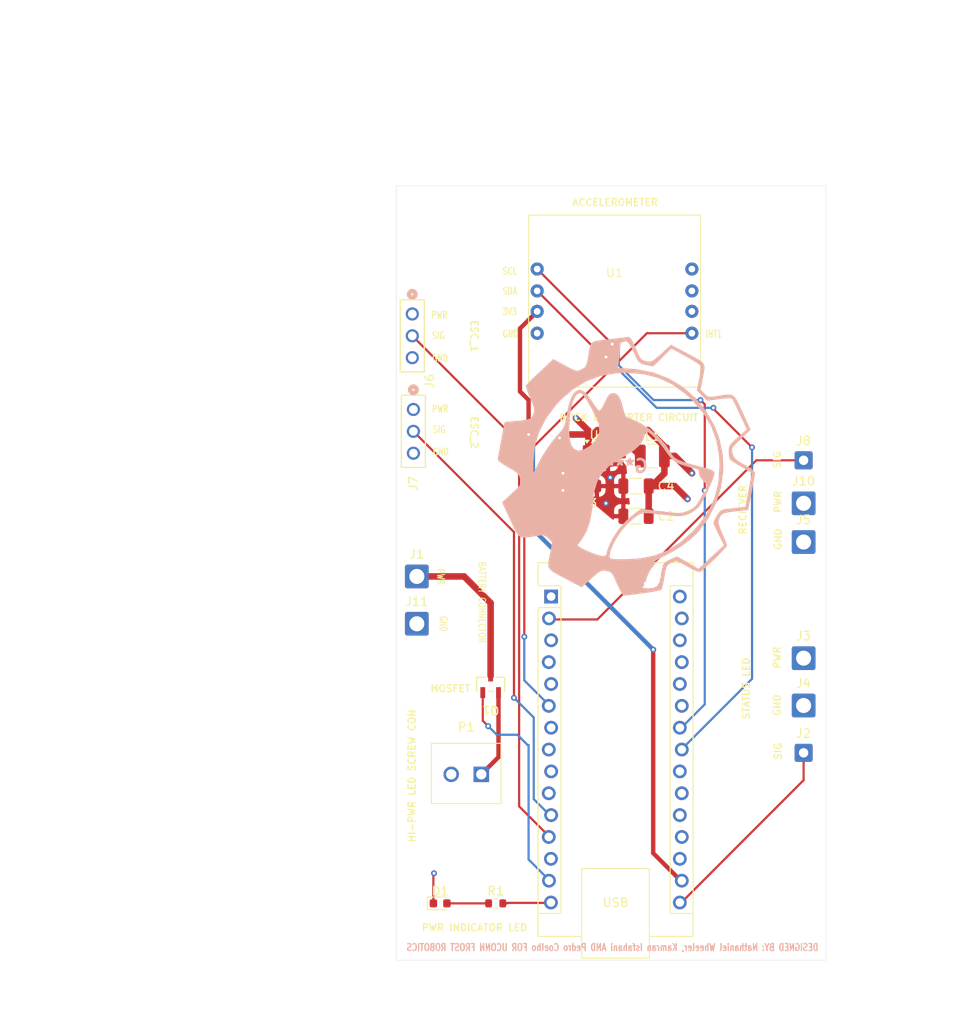
<source format=kicad_pcb>
(kicad_pcb (version 20241229) (generator "pcbnew") (generator_version "9.0")
  (title_block (title "MeltyBrainPCB") (date "2025-03-24") (company "FROST Robotics"))
  (layers (0 "F.Cu" signal "Front") (4 "In1.Cu" signal) (6 "In2.Cu" signal) (2 "B.Cu" signal "Back") (13 "F.Paste" user) (15 "B.Paste" user) (5 "F.SilkS" user "F.Silkscreen") (7 "B.SilkS" user "B.Silkscreen") (1 "F.Mask" user) (3 "B.Mask" user) (25 "Edge.Cuts" user))
  (net 0 "")
  (net 1 "+5V")
  (net 2 "SCL")
  (net 5 "INT1")
  (net 8 "NEOPIXEL LED")
  (net 9 "ESC_2")
  (net 11 "GND")
  (net 12 "ESC_SIGNAL3")
  (net 13 "unconnected-(A1-D6-Pad9)")
  (net 18 "SDA")
  (net 19 "3V3")
  (net 20 "Net-(A1-D12)")
  (net 21 "LED")
  (net 22 "ESC_SIGNAL2")
  (net 25 "ESC_SIGNAL1")
  (net 26 "RX")
  (net 29 "Net-(U3-BST)")
  (net 30 "Net-(U3-SW)")
  (net 31 "+12V")
  (net 32 "Net-(D1-A)")
  (net 39 "TOLED")
  (net 40 "ESC_1")
  (footprint "Package_TO_SOT_SMD:TSOT-23-6" (layer "F.Cu") (at 198.6 98)
    (property "Reference" "U3" (at 0 -2.4 0) (layer "F.SilkS"))
    (property "Value" "AP63205WU")
    (fp_line (start 0 -1.56) (end -0.8 -1.56) (stroke (width 0.12)) (layer "F.SilkS"))
    (fp_line (start 0 -1.56) (end 0.8 -1.56) (stroke (width 0.12)) (layer "F.SilkS"))
    (fp_line (start 0 1.56) (end -0.8 1.56) (stroke (width 0.12)) (layer "F.SilkS"))
    (fp_line (start 0 1.56) (end 0.8 1.56) (stroke (width 0.12)) (layer "F.SilkS"))
    (fp_poly (pts (xy -1.3 -1.51) (xy -1.54 -1.84) (xy -1.06 -1.84) (xy -1.3 -1.51)) (stroke (width 0.12)) (fill yes) (layer "F.SilkS"))
    (pad "1" smd roundrect (at -1.1375 -0.95) (size 1.325 0.6) (layers "F.Cu" "F.Mask" "F.Paste") (net 1 "+5V"))
    (pad "2" smd roundrect (at -1.1375 0) (size 1.325 0.6) (layers "F.Cu" "F.Mask" "F.Paste") (net 31 "+12V"))
    (pad "3" smd roundrect (at -1.1375 0.95) (size 1.325 0.6) (layers "F.Cu" "F.Mask" "F.Paste") (net 31 "+12V"))
    (pad "4" smd roundrect (at 1.1375 0.95) (size 1.325 0.6) (layers "F.Cu" "F.Mask" "F.Paste") (net 11 "GND"))
    (pad "5" smd roundrect (at 1.1375 0) (size 1.325 0.6) (layers "F.Cu" "F.Mask" "F.Paste") (net 30 "Net-(U3-SW)"))
    (pad "6" smd roundrect (at 1.1375 -0.95) (size 1.325 0.6) (layers "F.Cu" "F.Mask" "F.Paste") (net 29 "Net-(U3-BST)"))
  )
  (footprint "Capacitor_SMD:C_0805_2012Metric" (layer "F.Cu") (at 197.5 101.5)
    (property "Reference" "C3" (at 0 2 0) (layer "F.SilkS"))
    (property "Value" "10uF")
    (fp_line (start -0.261252 -0.735) (end 0.261252 -0.735) (stroke (width 0.12)) (layer "F.SilkS"))
    (fp_line (start -0.261252 0.735) (end 0.261252 0.735) (stroke (width 0.12)) (layer "F.SilkS"))
    (pad "1" smd roundrect (at -0.95 0) (size 1 1.45) (layers "F.Cu" "F.Mask" "F.Paste") (net 31 "+12V"))
    (pad "2" smd roundrect (at 0.95 0) (size 1 1.45) (layers "F.Cu" "F.Mask" "F.Paste") (net 11 "GND"))
  )
  (footprint "Connector_Wire:SolderWire-1sqmm_1x01_D1.4mm_OD2.7mm" (layer "F.Cu") (at 222.5 108)
    (property "Reference" "J5" (at 0 -2.58 0) (layer "F.SilkS"))
    (property "Value" "Conn_01x01_Pin")
    (pad "1" thru_hole roundrect (at 0 0) (size 2.75 2.75) (drill 1.75) (layers "*.Cu" "*.Mask") (roundrect_rratio 0.090909) (net 11 "GND"))
  )
  (footprint "Capacitor_SMD:C_0402_1005Metric" (layer "F.Cu") (at 201.5 97.52 -90)
    (property "Reference" "C1" (at -1.98 0 0) (layer "F.SilkS"))
    (property "Value" "100nF")
    (fp_line (start -0.107836 0.36) (end 0.107836 0.36) (stroke (width 0.12)) (layer "F.SilkS"))
    (fp_line (start -0.107836 -0.36) (end 0.107836 -0.36) (stroke (width 0.12)) (layer "F.SilkS"))
    (pad "1" smd roundrect (at -0.48 0 270) (size 0.56 0.62) (layers "F.Cu" "F.Mask" "F.Paste") (net 29 "Net-(U3-BST)"))
    (pad "2" smd roundrect (at 0.48 0 270) (size 0.56 0.62) (layers "F.Cu" "F.Mask" "F.Paste") (net 30 "Net-(U3-SW)"))
  )
  (footprint "brainfreeze:NANO_FIT" (layer "F.Cu") (at 201.35 142)
    (property "Reference" "A1" (hide yes))
    (property "Value" "Arduino_Nano_v3.x" (hide yes))
    (fp_line (start -9.75 -31.6) (end -9.75 -28.93) (stroke (width 0.12)) (layer "F.SilkS"))
    (fp_line (start -9.75 -26.39) (end -9.75 11.84) (stroke (width 0.12)) (layer "F.SilkS"))
    (fp_line (start -9.75 11.84) (end -4.67 11.84) (stroke (width 0.12)) (layer "F.SilkS"))
    (fp_line (start -7.08 -28.93) (end -9.75 -28.93) (stroke (width 0.12)) (layer "F.SilkS"))
    (fp_line (start -7.08 -26.39) (end -9.75 -26.39) (stroke (width 0.12)) (layer "F.SilkS"))
    (fp_line (start -7.08 -26.39) (end -7.08 -28.93) (stroke (width 0.12)) (layer "F.SilkS"))
    (fp_line (start -7.08 -26.39) (end -7.08 9.17) (stroke (width 0.12)) (layer "F.SilkS"))
    (fp_line (start -7.08 9.17) (end -9.75 9.17) (stroke (width 0.12)) (layer "F.SilkS"))
    (fp_line (start -4.67 3.96) (end 3.21 3.96) (stroke (width 0.12)) (layer "F.SilkS"))
    (fp_line (start -4.67 14.38) (end -4.67 3.96) (stroke (width 0.12)) (layer "F.SilkS"))
    (fp_line (start 3.21 3.96) (end 3.21 14.38) (stroke (width 0.12)) (layer "F.SilkS"))
    (fp_line (start 3.21 14.38) (end -4.67 14.38) (stroke (width 0.12)) (layer "F.SilkS"))
    (fp_line (start 5.62 -28.93) (end 5.62 9.17) (stroke (width 0.12)) (layer "F.SilkS"))
    (fp_line (start 5.62 -28.93) (end 8.29 -28.93) (stroke (width 0.12)) (layer "F.SilkS"))
    (fp_line (start 5.62 9.17) (end 8.29 9.17) (stroke (width 0.12)) (layer "F.SilkS"))
    (fp_line (start 8.29 -31.6) (end -9.75 -31.6) (stroke (width 0.12)) (layer "F.SilkS"))
    (fp_line (start 8.29 11.84) (end 3.21 11.84) (stroke (width 0.12)) (layer "F.SilkS"))
    (fp_line (start 8.29 11.84) (end 8.29 -31.6) (stroke (width 0.12)) (layer "F.SilkS"))
    (fp_text user "USB" (at -0.73 7.9 0) (layer "F.SilkS"))
    (pad "1" thru_hole rect (at -8.225 -27.66) (size 1.6 1.6) (drill 1) (layers "*.Cu" "*.Mask"))
    (pad "2" thru_hole oval (at -8.475 -25.12) (size 1.6 1.6) (drill 1) (layers "*.Cu" "*.Mask") (net 26 "RX"))
    (pad "3" thru_hole oval (at -8.225 -22.58) (size 1.6 1.6) (drill 1) (layers "*.Cu" "*.Mask"))
    (pad "4" thru_hole oval (at -8.5 -20.04) (size 1.6 1.6) (drill 1) (layers "*.Cu" "*.Mask") (net 11 "GND"))
    (pad "5" thru_hole oval (at -8.225 -17.5) (size 1.6 1.6) (drill 1) (layers "*.Cu" "*.Mask") (net 25 "ESC_SIGNAL1"))
    (pad "6" thru_hole oval (at -8.5 -14.96) (size 1.6 1.6) (drill 1) (layers "*.Cu" "*.Mask") (net 5 "INT1"))
    (pad "7" thru_hole oval (at -8.225 -12.42) (size 1.6 1.6) (drill 1) (layers "*.Cu" "*.Mask"))
    (pad "8" thru_hole oval (at -8.5 -9.88) (size 1.6 1.6) (drill 1) (layers "*.Cu" "*.Mask"))
    (pad "9" thru_hole oval (at -8.225 -7.34) (size 1.6 1.6) (drill 1) (layers "*.Cu" "*.Mask") (net 13 "unconnected-(A1-D6-Pad9)"))
    (pad "10" thru_hole oval (at -8.5 -4.8) (size 1.6 1.6) (drill 1) (layers "*.Cu" "*.Mask"))
    (pad "11" thru_hole oval (at -8.225 -2.26) (size 1.6 1.6) (drill 1) (layers "*.Cu" "*.Mask") (net 9 "ESC_2"))
    (pad "12" thru_hole oval (at -8.5 0.28) (size 1.6 1.6) (drill 1) (layers "*.Cu" "*.Mask") (net 40 "ESC_1"))
    (pad "13" thru_hole oval (at -8.25 2.82) (size 1.6 1.6) (drill 1) (layers "*.Cu" "*.Mask"))
    (pad "14" thru_hole oval (at -8.475 5.36) (size 1.6 1.6) (drill 1) (layers "*.Cu" "*.Mask") (net 21 "LED"))
    (pad "15" thru_hole oval (at -8.25 7.9) (size 1.6 1.6) (drill 1) (layers "*.Cu" "*.Mask") (net 20 "Net-(A1-D12)"))
    (pad "16" thru_hole oval (at 6.75 7.9) (size 1.6 1.6) (drill 1) (layers "*.Cu" "*.Mask") (net 8 "NEOPIXEL LED"))
    (pad "17" thru_hole oval (at 6.975 5.36) (size 1.6 1.6) (drill 1) (layers "*.Cu" "*.Mask") (net 19 "3V3"))
    (pad "18" thru_hole oval (at 6.75 2.82) (size 1.6 1.6) (drill 1) (layers "*.Cu" "*.Mask"))
    (pad "19" thru_hole oval (at 6.975 0.28) (size 1.6 1.6) (drill 1) (layers "*.Cu" "*.Mask"))
    (pad "20" thru_hole oval (at 6.75 -2.26) (size 1.6 1.6) (drill 1) (layers "*.Cu" "*.Mask"))
    (pad "21" thru_hole oval (at 6.975 -4.8) (size 1.6 1.6) (drill 1) (layers "*.Cu" "*.Mask") (net 22 "ESC_SIGNAL2"))
    (pad "22" thru_hole oval (at 6.75 -7.34) (size 1.6 1.6) (drill 1) (layers "*.Cu" "*.Mask") (net 12 "ESC_SIGNAL3"))
    (pad "23" thru_hole oval (at 6.975 -9.88) (size 1.6 1.6) (drill 1) (layers "*.Cu" "*.Mask") (net 18 "SDA"))
    (pad "24" thru_hole oval (at 6.75 -12.42) (size 1.6 1.6) (drill 1) (layers "*.Cu" "*.Mask") (net 2 "SCL"))
    (pad "25" thru_hole oval (at 6.975 -14.96) (size 1.6 1.6) (drill 1) (layers "*.Cu" "*.Mask"))
    (pad "26" thru_hole oval (at 6.75 -17.5) (size 1.6 1.6) (drill 1) (layers "*.Cu" "*.Mask"))
    (pad "27" thru_hole oval (at 6.975 -20.04) (size 1.6 1.6) (drill 1) (layers "*.Cu" "*.Mask") (net 1 "+5V"))
    (pad "28" thru_hole oval (at 6.75 -22.58) (size 1.6 1.6) (drill 1) (layers "*.Cu" "*.Mask"))
    (pad "29" thru_hole oval (at 6.975 -25.12) (size 1.6 1.6) (drill 1) (layers "*.Cu" "*.Mask") (net 11 "GND"))
    (pad "30" thru_hole oval (at 6.75 -27.66) (size 1.6 1.6) (drill 1) (layers "*.Cu" "*.Mask"))
  )
  (footprint "Connector_Wire:SolderWire-1sqmm_1x01_D1.4mm_OD2.7mm" (layer "F.Cu") (at 177.5 112)
    (property "Reference" "J1" (at 0 -2.58 0) (layer "F.SilkS"))
    (property "Value" "Conn_01x01_Pin")
    (pad "1" thru_hole roundrect (at 0 0) (size 2.75 2.75) (drill 1.75) (layers "*.Cu" "*.Mask") (roundrect_rratio 0.090909) (net 31 "+12V"))
  )
  (footprint "Connector_Wire:SolderWire-0.5sqmm_1x01_D0.9mm_OD2.1mm" (layer "F.Cu") (at 222.5 98.5)
    (property "Reference" "J8" (at 0 -2.25 0) (layer "F.SilkS"))
    (property "Value" "Conn_01x01_Pin")
    (pad "1" thru_hole roundrect (at 0 0) (size 2.1 2.1) (drill 1.1) (layers "*.Cu" "*.Mask") (roundrect_rratio 0.119048) (net 26 "RX"))
  )
  (footprint "Connector_Wire:SolderWire-1sqmm_1x01_D1.4mm_OD2.7mm" (layer "F.Cu") (at 177.5 117.5)
    (property "Reference" "J11" (at 0 -2.58 0) (layer "F.SilkS"))
    (property "Value" "Conn_01x01_Pin")
    (pad "1" thru_hole roundrect (at 0 0) (size 2.75 2.75) (drill 1.75) (layers "*.Cu" "*.Mask") (roundrect_rratio 0.090909) (net 11 "GND"))
  )
  (footprint "Capacitor_SMD:C_1206_3216Metric" (layer "F.Cu") (at 203 101.5 180)
    (property "Reference" "C4" (at -3.5 0 0) (layer "F.SilkS"))
    (property "Value" "22uF")
    (fp_line (start -0.711252 0.91) (end 0.711252 0.91) (stroke (width 0.12)) (layer "F.SilkS"))
    (fp_line (start -0.711252 -0.91) (end 0.711252 -0.91) (stroke (width 0.12)) (layer "F.SilkS"))
    (pad "1" smd roundrect (at -1.475 0 180) (size 1.15 1.8) (layers "F.Cu" "F.Mask" "F.Paste") (roundrect_rratio 0.217391) (net 1 "+5V"))
    (pad "2" smd roundrect (at 1.475 0 180) (size 1.15 1.8) (layers "F.Cu" "F.Mask" "F.Paste") (roundrect_rratio 0.217391) (net 11 "GND"))
  )
  (footprint "brainfreeze:OST_OSTTE020104" (layer "F.Cu") (at 183.25 135 180)
    (property "Reference" "P1" (at 0 5.5 0) (layer "F.SilkS") (effects (font (size 1.000591 1.000591))))
    (property "Value" "OSTTE020104")
    (fp_line (start 4.05 3.6) (end -4.05 3.6) (stroke (width 0.127)) (layer "F.SilkS"))
    (fp_line (start 4.05 -3.4) (end 4.05 3.6) (stroke (width 0.127)) (layer "F.SilkS"))
    (fp_line (start -4.05 3.6) (end -4.05 -3.4) (stroke (width 0.127)) (layer "F.SilkS"))
    (fp_line (start -4.05 -3.4) (end 4.05 -3.4) (stroke (width 0.127)) (layer "F.SilkS"))
    (pad "1" thru_hole rect (at -1.75 0 180) (size 1.8 1.8) (drill 1.2) (layers "*.Cu" "*.Mask") (net 39 "TOLED"))
    (pad "2" thru_hole circle (at 1.75 0 180) (size 1.8 1.8) (drill 1.2) (layers "*.Cu" "*.Mask") (net 11 "GND"))
  )
  (footprint "brainfreeze:MOSFET" (layer "F.Cu") (at 186.085001 124.5348)
    (property "Reference" "Q1" (at 0 3.0348 180) (layer "F.SilkS"))
    (property "Value" "DMN63D8L-7")
    (fp_line (start -1.6256 -0.8255) (end -1.6256 0.8255) (stroke (width 0.1524)) (layer "F.SilkS"))
    (fp_line (start -0.61214 -0.8255) (end -1.6256 -0.8255) (stroke (width 0.1524)) (layer "F.SilkS"))
    (fp_line (start -0.302859 0.8255) (end 0.302859 0.8255) (stroke (width 0.1524)) (layer "F.SilkS"))
    (fp_line (start 1.6256 -0.8255) (end 0.61214 -0.8255) (stroke (width 0.1524)) (layer "F.SilkS"))
    (fp_line (start 1.6256 0.8255) (end 1.6256 -0.8255) (stroke (width 0.1524)) (layer "F.SilkS"))
    (pad "1" smd rect (at -0.914999 0.9652) (size 0.5588 1.27) (layers "F.Cu" "F.Mask" "F.Paste") (net 21 "LED"))
    (pad "2" smd rect (at 0.914999 0.9652) (size 0.5588 1.27) (layers "F.Cu" "F.Mask" "F.Paste") (net 39 "TOLED"))
    (pad "3" smd rect (at 0 -0.9652) (size 0.5588 1.27) (layers "F.Cu" "F.Mask" "F.Paste") (net 31 "+12V"))
  )
  (footprint "Connector_Wire:SolderWire-0.5sqmm_1x01_D0.9mm_OD2.1mm" (layer "F.Cu") (at 222.5 132.5)
    (property "Reference" "J2" (at 0 -2.25 0) (layer "F.SilkS"))
    (property "Value" "Conn_01x01_Pin")
    (pad "1" thru_hole roundrect (at 0 0) (size 2.1 2.1) (drill 1.1) (layers "*.Cu" "*.Mask") (roundrect_rratio 0.119048) (net 8 "NEOPIXEL LED"))
  )
  (footprint "Capacitor_SMD:C_1206_3216Metric" (layer "F.Cu") (at 203 105 180)
    (property "Reference" "C2" (at -3.5 0 0) (layer "F.SilkS"))
    (property "Value" "22uF")
    (fp_line (start -0.711252 0.91) (end 0.711252 0.91) (stroke (width 0.12)) (layer "F.SilkS"))
    (fp_line (start -0.711252 -0.91) (end 0.711252 -0.91) (stroke (width 0.12)) (layer "F.SilkS"))
    (pad "1" smd roundrect (at -1.475 0 180) (size 1.15 1.8) (layers "F.Cu" "F.Mask" "F.Paste") (roundrect_rratio 0.217391) (net 1 "+5V"))
    (pad "2" smd roundrect (at 1.475 0 180) (size 1.15 1.8) (layers "F.Cu" "F.Mask" "F.Paste") (roundrect_rratio 0.217391) (net 11 "GND"))
  )
  (footprint "brainfreeze:ESC CON" (layer "F.Cu") (at 176.9699 81.4934 90)
    (property "Reference" "J6" (at -7.8066 2.0301 90) (layer "F.SilkS"))
    (property "Value" "Conn_01x03_Socket")
    (fp_line (start 1.651 -1.397) (end -6.731 -1.397) (stroke (width 0.1524)) (layer "F.SilkS"))
    (fp_line (start -6.731 -1.397) (end -6.731 1.397) (stroke (width 0.1524)) (layer "F.SilkS"))
    (fp_line (start 1.651 1.397) (end 1.651 -1.397) (stroke (width 0.1524)) (layer "F.SilkS"))
    (fp_line (start -6.731 1.397) (end 1.651 1.397) (stroke (width 0.1524)) (layer "F.SilkS"))
    (fp_circle (center 2.286 0) (end 2.667 0) (stroke (width 0.508)) (fill no) (layer "F.SilkS"))
    (fp_circle (center 2.286 0) (end 2.667 0) (stroke (width 0.508)) (fill no) (layer "B.SilkS"))
    (pad "1" thru_hole circle (at 0 0 90) (size 1.524 1.524) (drill 1.016) (layers "*.Cu" "*.Mask") (net 1 "+5V"))
    (pad "2" thru_hole circle (at -2.54 0 90) (size 1.524 1.524) (drill 1.016) (layers "*.Cu" "*.Mask") (net 40 "ESC_1"))
    (pad "3" thru_hole circle (at -5.08 0 90) (size 1.524 1.524) (drill 1.016) (layers "*.Cu" "*.Mask") (net 11 "GND"))
  )
  (footprint "brainfreeze:Accelerometer" (layer "F.Cu") (at 200.5 80)
    (property "Reference" "U1" (at 0 -3.3 0) (layer "F.SilkS") (effects (font (thickness 0.1))))
    (property "Value" "H3LIS331DL")
    (fp_rect (start -10 -10) (end 10 10) (stroke (width 0.1)) (fill no) (layer "F.SilkS"))
    (fp_rect (start -10 -10) (end 10 10) (stroke (width 0.1)) (fill no) (layer "F.SilkS"))
    (pad "1" thru_hole circle (at -9 -3.73) (size 1.524 1.524) (drill 0.762) (layers "*.Cu" "*.Mask") (net 2 "SCL"))
    (pad "1" thru_hole circle (at -9 -3.73) (size 1.524 1.524) (drill 0.762) (layers "*.Cu" "*.Mask") (net 2 "SCL"))
    (pad "2" thru_hole circle (at -9 -1.19) (size 1.524 1.524) (drill 0.762) (layers "*.Cu" "*.Mask") (net 18 "SDA"))
    (pad "2" thru_hole circle (at -9 -1.19) (size 1.524 1.524) (drill 0.762) (layers "*.Cu" "*.Mask") (net 18 "SDA"))
    (pad "3" thru_hole circle (at -9 1.19) (size 1.524 1.524) (drill 0.762) (layers "*.Cu" "*.Mask") (net 19 "3V3"))
    (pad "3" thru_hole circle (at -9 1.19) (size 1.524 1.524) (drill 0.762) (layers "*.Cu" "*.Mask") (net 19 "3V3"))
    (pad "4" thru_hole circle (at -9 3.73) (size 1.524 1.524) (drill 0.762) (layers "*.Cu" "*.Mask") (net 11 "GND"))
    (pad "4" thru_hole circle (at -9 3.73) (size 1.524 1.524) (drill 0.762) (layers "*.Cu" "*.Mask") (net 11 "GND"))
    (pad "5" thru_hole circle (at 9 -3.73) (size 1.524 1.524) (drill 0.762) (layers "*.Cu" "*.Mask"))
    (pad "5" thru_hole circle (at 9 -3.73) (size 1.524 1.524) (drill 0.762) (layers "*.Cu" "*.Mask"))
    (pad "6" thru_hole circle (at 9 -1.19) (size 1.524 1.524) (drill 0.762) (layers "*.Cu" "*.Mask"))
    (pad "6" thru_hole circle (at 9 -1.19) (size 1.524 1.524) (drill 0.762) (layers "*.Cu" "*.Mask"))
    (pad "7" thru_hole circle (at 9 1.19) (size 1.524 1.524) (drill 0.762) (layers "*.Cu" "*.Mask"))
    (pad "7" thru_hole circle (at 9 1.19) (size 1.524 1.524) (drill 0.762) (layers "*.Cu" "*.Mask"))
    (pad "8" thru_hole circle (at 9 3.73) (size 1.524 1.524) (drill 0.762) (layers "*.Cu" "*.Mask") (net 5 "INT1"))
    (pad "8" thru_hole circle (at 9 3.73) (size 1.524 1.524) (drill 0.762) (layers "*.Cu" "*.Mask") (net 5 "INT1"))
  )
  (footprint "Connector_Wire:SolderWire-1sqmm_1x01_D1.4mm_OD2.7mm" (layer "F.Cu") (at 222.5 121.5)
    (property "Reference" "J3" (at 0 -2.58 0) (layer "F.SilkS"))
    (property "Value" "Conn_01x01_Pin")
    (pad "1" thru_hole roundrect (at 0 0) (size 2.75 2.75) (drill 1.75) (layers "*.Cu" "*.Mask") (roundrect_rratio 0.090909) (net 1 "+5V"))
  )
  (footprint "LED_SMD:LED_0603_1608Metric" (layer "F.Cu") (at 180.2125 150)
    (property "Reference" "D1" (at 0 -1.43 0) (layer "F.SilkS"))
    (property "Value" "LED")
    (fp_line (start -1.485 -0.735) (end -1.485 0.735) (stroke (width 0.12)) (layer "F.SilkS"))
    (fp_line (start -1.485 0.735) (end 0.8 0.735) (stroke (width 0.12)) (layer "F.SilkS"))
    (fp_line (start 0.8 -0.735) (end -1.485 -0.735) (stroke (width 0.12)) (layer "F.SilkS"))
    (pad "1" smd roundrect (at -0.7875 0) (size 0.875 0.95) (layers "F.Cu" "F.Mask" "F.Paste") (net 11 "GND"))
    (pad "2" smd roundrect (at 0.7875 0) (size 0.875 0.95) (layers "F.Cu" "F.Mask" "F.Paste") (net 32 "Net-(D1-A)"))
  )
  (footprint "Resistor_SMD:R_0603_1608Metric" (layer "F.Cu") (at 186.675 150)
    (property "Reference" "R1" (at 0 -1.43 0) (layer "F.SilkS"))
    (property "Value" "100R")
    (fp_line (start -0.237258 -0.5225) (end 0.237258 -0.5225) (stroke (width 0.12)) (layer "F.SilkS"))
    (fp_line (start -0.237258 0.5225) (end 0.237258 0.5225) (stroke (width 0.12)) (layer "F.SilkS"))
    (pad "1" smd roundrect (at -0.825 0) (size 0.8 0.95) (layers "F.Cu" "F.Mask" "F.Paste") (net 32 "Net-(D1-A)"))
    (pad "2" smd roundrect (at 0.825 0) (size 0.8 0.95) (layers "F.Cu" "F.Mask" "F.Paste") (net 20 "Net-(A1-D12)"))
  )
  (footprint "Inductor_SMD:L_1210_3225Metric" (layer "F.Cu") (at 204.9 98)
    (property "Reference" "L1" (at 0 -2.28 0) (layer "F.SilkS"))
    (property "Value" "4.7uH")
    (fp_line (start -0.602064 -1.36) (end 0.602064 -1.36) (stroke (width 0.12)) (layer "F.SilkS"))
    (fp_line (start -0.602064 1.36) (end 0.602064 1.36) (stroke (width 0.12)) (layer "F.SilkS"))
    (pad "1" smd roundrect (at -1.4 0) (size 1.25 2.65) (layers "F.Cu" "F.Mask" "F.Paste") (roundrect_rratio 0.2) (net 29 "Net-(U3-BST)"))
    (pad "2" smd roundrect (at 1.4 0) (size 1.25 2.65) (layers "F.Cu" "F.Mask" "F.Paste") (roundrect_rratio 0.2) (net 1 "+5V"))
  )
  (footprint "brainfreeze:ESC CON" (layer "F.Cu") (at 177.1 92.5934 90)
    (property "Reference" "J7" (at -8.6066 0 90) (layer "F.SilkS"))
    (property "Value" "Conn_01x03_Socket")
    (fp_line (start 1.651 -1.397) (end -6.731 -1.397) (stroke (width 0.1524)) (layer "F.SilkS"))
    (fp_line (start -6.731 -1.397) (end -6.731 1.397) (stroke (width 0.1524)) (layer "F.SilkS"))
    (fp_line (start 1.651 1.397) (end 1.651 -1.397) (stroke (width 0.1524)) (layer "F.SilkS"))
    (fp_line (start -6.731 1.397) (end 1.651 1.397) (stroke (width 0.1524)) (layer "F.SilkS"))
    (fp_circle (center 2.286 0) (end 2.667 0) (stroke (width 0.508)) (fill no) (layer "F.SilkS"))
    (fp_circle (center 2.286 0) (end 2.667 0) (stroke (width 0.508)) (fill no) (layer "B.SilkS"))
    (pad "1" thru_hole circle (at 0 0 90) (size 1.524 1.524) (drill 1.016) (layers "*.Cu" "*.Mask") (net 1 "+5V"))
    (pad "2" thru_hole circle (at -2.54 0 90) (size 1.524 1.524) (drill 1.016) (layers "*.Cu" "*.Mask") (net 9 "ESC_2"))
    (pad "3" thru_hole circle (at -5.08 0 90) (size 1.524 1.524) (drill 1.016) (layers "*.Cu" "*.Mask") (net 11 "GND"))
  )
  (footprint "Connector_Wire:SolderWire-1sqmm_1x01_D1.4mm_OD2.7mm" (layer "F.Cu") (at 222.5 103.5)
    (property "Reference" "J10" (at 0 -2.58 0) (layer "F.SilkS"))
    (property "Value" "Conn_01x01_Pin")
    (pad "1" thru_hole roundrect (at 0 0) (size 2.75 2.75) (drill 1.75) (layers "*.Cu" "*.Mask") (roundrect_rratio 0.090909) (net 1 "+5V"))
  )
  (footprint "Connector_Wire:SolderWire-1sqmm_1x01_D1.4mm_OD2.7mm" (layer "F.Cu") (at 222.5 127)
    (property "Reference" "J4" (at 0 -2.58 0) (layer "F.SilkS"))
    (property "Value" "Conn_01x01_Pin")
    (pad "1" thru_hole roundrect (at 0 0) (size 2.75 2.75) (drill 1.75) (layers "*.Cu" "*.Mask") (roundrect_rratio 0.090909) (net 11 "GND"))
  )
  (footprint "brainfreeze:image2" (layer "B.Cu") (at 201.87931 99.172413 180)
    (property "Reference" "G***" (at 0 0 0) (layer "B.SilkS") (effects (font (size 1.5 1.5) (thickness 0.3)) (justify mirror)))
    (property "Value" "LOGO" (hide yes))
    (fp_poly (pts (xy -0.110269 15.014439) (xy 0.21756 14.962849) (xy 0.80641 14.885488) (xy 1.564041 14.794054) (xy 2.171959 14.725002) (xy 3.025579 14.632107) (xy 3.596686 14.538968) (xy 3.953078 14.38635) (xy 4.162553 14.115016) (xy 4.292912 13.66573) (xy 4.411952 12.979254) (xy 4.453283 12.731789) (xy 4.578256 12.078138) (xy 4.710762 11.679928) (xy 4.90178 11.440022) (xy 5.202288 11.261285) (xy 5.232694 11.246667) (xy 5.523448 11.12247) (xy 5.776243 11.087433) (xy 6.078992 11.162861) (xy 6.519611 11.370056) (xy 7.152323 11.711828) (xy 8.498302 12.450544) (xy 10.066284 10.981138) (xy 10.679188 10.399096) (xy 11.191431 9.898169) (xy 11.549704 9.531495) (xy 11.700699 9.352215) (xy 11.700934 9.351665) (xy 11.665021 9.124444) (xy 11.510398 8.663359) (xy 11.267704 8.056871) (xy 11.191443 7.880558) (xy 10.905579 7.203011) (xy 10.757311 6.749033) (xy 10.728009 6.423146) (xy 10.799041 6.129871) (xy 10.833038 6.043813) (xy 10.974464 5.751991) (xy 11.158687 5.556079) (xy 11.459828 5.427161) (xy 11.952004 5.336318) (xy 12.709335 5.254634) (xy 12.902087 5.236579) (xy 14.169908 5.119) (xy 14.562307 3.047962) (xy 14.718479 2.21708) (xy 14.850042 1.504702) (xy 14.942747 0.98882) (xy 14.981898 0.751346) (xy 14.849081 0.566828) (xy 14.47232 0.278183) (xy 13.925459 -0.059945) (xy 13.765734 -0.148565) (xy 13.120624 -0.516596) (xy 12.722846 -0.806804) (xy 12.497093 -1.090035) (xy 12.368057 -1.437138) (xy 12.359132 -1.471871) (xy 12.291186 -1.793565) (xy 12.308927 -2.045677) (xy 12.456403 -2.304931) (xy 12.777663 -2.648049) (xy 13.316757 -3.151757) (xy 13.331247 -3.165085) (xy 14.466608 -4.209326) (xy 13.511669 -6.278789) (xy 13.109673 -7.150157) (xy 12.804258 -7.747767) (xy 12.530794 -8.114418) (xy 12.224647 -8.29291) (xy 11.821187 -8.326042) (xy 11.255781 -8.256615) (xy 10.670319 -8.160347) (xy 10.046213 -8.068335) (xy 9.659466 -8.057832) (xy 9.39782 -8.147371) (xy 9.149016 -8.355486) (xy 9.081175 -8.422702) (xy 8.633598 -8.870279) (xy 8.919394 -10.341083) (xy 9.041827 -10.959869) (xy 9.102711 -11.41154) (xy 9.062566 -11.751242) (xy 8.881909 -12.03412) (xy 8.521259 -12.315321) (xy 7.941134 -12.64999) (xy 7.102053 -13.093274) (xy 6.856295 -13.222722) (xy 5.19383 -14.100688) (xy 4.069798 -13.083498) (xy 3.500554 -12.583856) (xy 3.105419 -12.291735) (xy 2.806063 -12.164708) (xy 2.524155 -12.16035) (xy 2.4054 -12.182013) (xy 2.062081 -12.259082) (xy 1.827747 -12.357617) (xy 1.643866 -12.546688) (xy 1.451903 -12.895364) (xy 1.193328 -13.472715) (xy 1.068324 -13.759792) (xy 0.777181 -14.373635) (xy 0.514231 -14.833287) (xy 0.324455 -15.06301) (xy 0.286854 -15.07563) (xy 0.040328 -15.044868) (xy -0.479967 -14.978106) (xy -1.195558 -14.885461) (xy -1.953847 -14.786729) (xy -2.76946 -14.667078) (xy -3.45065 -14.542323) (xy -3.922774 -14.427798) (xy -4.108725 -14.344028) (xy -4.189843 -14.092666) (xy -4.300446 -13.591565) (xy -4.418423 -12.942464) (xy -4.434052 -12.846922) (xy -4.554651 -12.164073) (xy -4.674826 -11.741944) (xy -4.840457 -11.489038) (xy -5.097423 -11.313862) (xy -5.237695 -11.244282) (xy -5.539243 -11.113517) (xy -5.792636 -11.075326) (xy -6.088579 -11.15177) (xy -6.517776 -11.36491) (xy -7.103928 -11.698168) (xy -7.786336 -12.059791) (xy -8.305148 -12.270738) (xy -8.598747 -12.306398) (xy -8.611624 -12.300397) (xy -8.864586 -12.106437) (xy -9.279253 -11.738818) (xy -9.794168 -11.257643) (xy -10.347872 -10.723018) (xy -10.878906 -10.195047) (xy -11.325814 -9.733837) (xy -11.627137 -9.39949) (xy -11.723077 -9.25745) (xy -11.655609 -9.032009) (xy -11.477 -8.573691) (xy -11.22294 -7.9731) (xy -11.166291 -7.844053) (xy -10.885893 -7.180203) (xy -10.744677 -6.736129) (xy -10.723876 -6.413407) (xy -10.804723 -6.113613) (xy -10.826194 -6.060336) (xy -10.972476 -5.776139) (xy -11.179558 -5.579861) (xy -11.518849 -5.444272) (xy -12.061761 -5.342143) (xy -12.879705 -5.246243) (xy -12.991407 -5.234714) (xy -14.170926 -5.113826) (xy -14.558947 -3.134185) (xy -14.717741 -2.310895) (xy -14.851023 -1.59529) (xy -14.943341 -1.071897) (xy -14.975204 -0.860358) (xy -14.565035 -0.860358) (xy -14.53365 -1.073127) (xy -14.448758 -1.557165) (xy -14.324257 -2.234952) (xy -14.209791 -2.841958) (xy -14.064866 -3.605374) (xy -13.948468 -4.223944) (xy -13.87429 -4.624547) (xy -13.854546 -4.73884) (xy -13.691399 -4.768104) (xy -13.257475 -4.817313) (xy -12.636047 -4.877312) (xy -12.420603 -4.896475) (xy -11.70816 -4.96474) (xy -11.255971 -5.044166) (xy -10.970269 -5.175377) (xy -10.757287 -5.398994) (xy -10.555568 -5.704452) (xy -10.29472 -6.155744) (xy -10.141467 -6.494515) (xy -10.124476 -6.572932) (xy -10.199868 -6.811707) (xy -10.399164 -7.273173) (xy -10.682049 -7.865016) (xy -10.734947 -7.970751) (xy -11.345417 -9.182984) (xy -10.512919 -9.966746) (xy -9.941137 -10.502069) (xy -9.356416 -11.044881) (xy -9.031724 -11.343593) (xy -8.383029 -11.936679) (xy -7.139648 -11.210506) (xy -5.896268 -10.484333) (xy -5.098917 -10.83704) (xy -4.680876 -11.041047) (xy -4.407216 -11.261971) (xy -4.231016 -11.584474) (xy -4.105355 -12.09322) (xy -3.987763 -12.842017) (xy -3.824916 -13.551074) (xy -3.543114 -13.972092) (xy -3.073902 -14.168668) (xy -2.518432 -14.20707) (xy -2.029911 -14.17966) (xy -1.879891 -14.103389) (xy -1.932197 -14.049306) (xy -2.082937 -13.816504) (xy -2.054931 -13.696781) (xy -2.051222 -13.519212) (xy -2.120986 -13.4993) (xy -2.290326 -13.356673) (xy -2.309091 -13.247261) (xy -2.398695 -12.90055) (xy -2.614419 -12.421234) (xy -2.876633 -11.964923) (xy -3.105708 -11.687227) (xy -3.108392 -11.685284) (xy -3.246031 -11.503402) (xy -3.241609 -11.463122) (xy -3.210975 -11.238481) (xy -3.376854 -11.019478) (xy -3.788147 -10.763675) (xy -4.36886 -10.484869) (xy -5.442318 -9.926432) (xy -6.523787 -9.239059) (xy -7.503138 -8.499857) (xy -8.270241 -7.785935) (xy -8.349901 -7.697558) (xy -9.545491 -6.083698) (xy -10.436124 -4.334936) (xy -11.015511 -2.491559) (xy -11.277367 -0.593858) (xy -11.258119 0) (xy -10.834965 0) (xy -10.693108 -1.923278) (xy -10.256609 -3.669639) (xy -9.509082 -5.278362) (xy -8.434137 -6.788721) (xy -7.645581 -7.643738) (xy -6.25077 -8.869907) (xy -4.819153 -9.775048) (xy -3.288361 -10.384938) (xy -1.596027 -10.725359) (xy 0.044405 -10.82231) (xy 0.88608 -10.824922) (xy 1.435043 -10.810829) (xy 1.753807 -10.767197) (xy 1.904882 -10.681193) (xy 1.950782 -10.539983) (xy 1.953846 -10.430303) (xy 1.838798 -9.845362) (xy 1.529469 -9.099874) (xy 1.079584 -8.287642) (xy 0.542867 -7.502465) (xy -0.026957 -6.838146) (xy -0.19598 -6.676754) (xy -0.776409 -6.156605) (xy -1.221693 -5.799064) (xy -1.616316 -5.581931) (xy -2.04476 -5.48301) (xy -2.591505 -5.480102) (xy -3.341035 -5.551009) (xy -4.126588 -5.643967) (xy -5.07586 -5.752199) (xy -5.752704 -5.812408) (xy -6.236821 -5.823542) (xy -6.607909 -5.784551) (xy -6.945667 -5.694382) (xy -7.196542 -5.603462) (xy -7.793276 -5.291453) (xy -8.319069 -4.879839) (xy -8.452202 -4.734201) (xy -8.738142 -4.30445) (xy -9.078042 -3.688293) (xy -9.434097 -2.969123) (xy -9.768501 -2.230331) (xy -9.772595 -2.220279) (xy -9.369738 -2.220279) (xy -8.860449 -3.270421) (xy -8.460753 -4.040191) (xy -8.106016 -4.557995) (xy -7.7198 -4.905726) (xy -7.22567 -5.16528) (xy -7.011966 -5.250873) (xy -6.670272 -5.368298) (xy -6.340428 -5.435119) (xy -5.94422 -5.451302) (xy -5.403434 -5.416808) (xy -4.639855 -5.331603) (xy -3.990528 -5.249461) (xy -1.729005 -4.957835) (xy -1.046987 -5.430474) (xy -0.030072 -6.284144) (xy 0.904869 -7.342153) (xy 1.642786 -8.46965) (xy 1.78406 -8.74882) (xy 2.050304 -9.354831) (xy 2.239197 -9.86728) (xy 2.30895 -10.168881) (xy 2.417121 -10.409856) (xy 2.757805 -10.461889) (xy 3.355715 -10.324125) (xy 3.945522 -10.112355) (xy 4.548868 -9.858075) (xy 5.072243 -9.606584) (xy 5.28821 -9.483997) (xy 5.691805 -9.223004) (xy 5.230727 -8.6185) (xy 4.627042 -7.609752) (xy 4.207095 -6.388703) (xy 3.956279 -4.908231) (xy 3.907928 -4.351748) (xy 3.728413 -2.951629) (xy 3.378193 -1.800121) (xy 2.816588 -0.836839) (xy 2.002922 -0.001401) (xy 0.896515 0.766578) (xy 0.197142 1.156605) (xy -0.875254 1.812646) (xy -1.606616 2.478887) (xy -2.011136 3.169361) (xy -2.075 3.403322) (xy -2.186957 3.795463) (xy -2.301637 3.991897) (xy -2.538301 3.944003) (xy -2.925538 3.658034) (xy -3.409939 3.186755) (xy -3.938094 2.582935) (xy -4.456594 1.89934) (xy -4.536747 1.783661) (xy -5.001554 1.135673) (xy -5.379783 0.713268) (xy -5.762617 0.434459) (xy -6.241239 0.217257) (xy -6.306219 0.192644) (xy -6.969469 -0.032071) (xy -7.618504 -0.215362) (xy -7.87979 -0.273574) (xy -8.309766 -0.390127) (xy -8.457069 -0.554909) (xy -8.435088 -0.716713) (xy -8.489532 -1.094632) (xy -8.82432 -1.596869) (xy -8.851644 -1.628454) (xy -9.369738 -2.220279) (xy -9.772595 -2.220279) (xy -10.043448 -1.555309) (xy -10.221132 -1.027449) (xy -10.264941 -0.735653) (xy -10.10396 -0.548119) (xy -9.669914 -0.352647) (xy -8.928016 -0.134811) (xy -8.646145 -0.064383) (xy -7.475795 0.236798) (xy -6.605717 0.50583) (xy -5.985217 0.765544) (xy -5.563603 1.038775) (xy -5.290181 1.348354) (xy -5.213959 1.48152) (xy -4.568991 2.475756) (xy -3.6864 3.453799) (xy -3.041493 4.006537) (xy 3.146427 4.006537) (xy 3.427406 3.229378) (xy 4.045359 2.513847) (xy 4.24455 2.352333) (xy 4.979967 1.912894) (xy 5.600382 1.795536) (xy 6.092767 1.99998) (xy 6.387146 2.397902) (xy 6.54791 2.959435) (xy 6.632733 3.800854) (xy 6.643757 4.351749) (xy 6.591541 5.52978) (xy 6.453036 6.564569) (xy 6.242309 7.416241) (xy 5.973429 8.04492) (xy 5.660465 8.410732) (xy 5.317485 8.4738) (xy 5.206582 8.425242) (xy 4.974962 8.178921) (xy 4.645351 7.692904) (xy 4.264654 7.051849) (xy 3.879777 6.340413) (xy 3.537626 5.643252) (xy 3.285106 5.045023) (xy 3.211298 4.824089) (xy 3.146427 4.006537) (xy -3.041493 4.006537) (xy -2.660586 4.333005) (xy -1.585948 5.030732) (xy -0.72277 5.413404) (xy -0.203368 5.605762) (xy 0.08211 5.815085) (xy 0.240341 6.159274) (xy 0.342722 6.59101) (xy 0.597114 7.535347) (xy 0.890596 8.1483) (xy 1.237738 8.452884) (xy 1.546436 8.492287) (xy 1.820927 8.436446) (xy 2.02877 8.299303) (xy 2.230161 8.008444) (xy 2.485297 7.491453) (xy 2.615249 7.206523) (xy 2.852068 6.762078) (xy 3.068181 6.482822) (xy 3.12596 6.445771) (xy 3.301944 6.557531) (xy 3.590398 6.910585) (xy 3.934735 7.433787) (xy 4.002641 7.547987) (xy 4.556188 8.337865) (xy 5.080593 8.777999) (xy 5.567001 8.873311) (xy 6.006557 8.628724) (xy 6.390406 8.049158) (xy 6.709692 7.139536) (xy 6.955243 5.906934) (xy 7.068515 5.217771) (xy 7.20257 4.728803) (xy 7.416782 4.31937) (xy 7.770524 3.868807) (xy 8.185426 3.406901) (xy 8.756064 2.706524) (xy 9.362624 1.840353) (xy 9.896085 0.96693) (xy 10.017559 0.742566) (xy 10.823236 -0.7993) (xy 10.8291 0.418418) (xy 10.663101 2.214209) (xy 10.151689 3.94534) (xy 9.301089 5.597658) (xy 8.117523 7.157008) (xy 7.64558 7.658236) (xy 6.180796 8.929848) (xy 4.624472 9.866414) (xy 2.942668 10.482035) (xy 1.101442 10.790815) (xy 0 10.834965) (xy -1.922254 10.693231) (xy -3.668018 10.257048) (xy -5.276777 9.509946) (xy -6.788014 8.435453) (xy -7.645581 7.645581) (xy -8.919933 6.173199) (xy -9.857225 4.626473) (xy -10.473929 2.965921) (xy -10.786515 1.152057) (xy -10.834965 0) (xy -11.258119 0) (xy -11.215404 1.317881) (xy -10.823336 3.203369) (xy -10.276314 4.647313) (xy -9.275084 6.418803) (xy -8.028264 7.948242) (xy -6.562771 9.217051) (xy -4.905523 10.206649) (xy -3.083438 10.898456) (xy -1.123435 11.273892) (xy -0.614944 11.316146) (xy 0.990392 11.415532) (xy 0.84822 12.413011) (xy 0.768455 13.065736) (xy 0.71923 13.649419) (xy 0.71109 13.898951) (xy 0.66271 14.253382) (xy 0.550215 14.387413) (xy 0.249619 14.446115) (xy 0.103566 14.49514) (xy -0.080693 14.469254) (xy -0.300547 14.225754) (xy -0.589071 13.720202) (xy -0.813415 13.26311) (xy -1.133586 12.605736) (xy -1.375514 12.19729) (xy -1.610099 11.964279) (xy -1.908244 11.83321) (xy -2.279028 11.743936) (xy -3.108392 11.56452) (xy -4.174126 12.609375) (xy -5.239861 13.65423) (xy -6.838462 12.785453) (xy -7.525918 12.397437) (xy -8.097821 12.04779) (xy -8.479261 11.783809) (xy -8.590437 11.679256) (xy -8.635115 11.37976) (xy -8.589649 10.820622) (xy -8.467448 10.117072) (xy -8.191084 8.792308) (xy -8.790009 8.186117) (xy -9.388934 7.579925) (xy -10.778033 7.775772) (xy -11.445139 7.853397) (xy -11.969811 7.883795) (xy -12.259138 7.862442) (xy -12.28325 7.849097) (xy -12.401826 7.646019) (xy -12.632001 7.192275) (xy -12.937801 6.560342) (xy -13.203094 5.99593) (xy -14.006821 4.265287) (xy -12.95376 3.349363) (xy -12.41869 2.868016) (xy -12.10362 2.519634) (xy -11.95147 2.214865) (xy -11.905159 1.864356) (xy -11.90342 1.705181) (xy -11.935191 1.195143) (xy -12.010829 0.829079) (xy -12.036636 0.774862) (xy -12.247298 0.596658) (xy -12.684849 0.310354) (xy -13.261517 -0.027271) (xy -13.366084 -0.085145) (xy -13.93486 -0.411398) (xy -14.357638 -0.680822) (xy -14.558258 -0.844173) (xy -14.565035 -0.860358) (xy -14.975204 -0.860358) (xy -14.978029 -0.841602) (xy -14.865523 -0.59228) (xy -14.46765 -0.268388) (xy -13.765735 0.147121) (xy -13.118361 0.517847) (xy -12.719236 0.810863) (xy -12.493484 1.096068) (xy -12.366227 1.443366) (xy -12.362802 1.456851) (xy -12.297813 1.77218) (xy -12.319565 2.02392) (xy -12.471775 2.288468) (xy -12.798157 2.642221) (xy -13.333485 3.153168) (xy -14.463744 4.215534) (xy -13.510238 6.281893) (xy -13.108564 7.152532) (xy -12.803368 7.749434) (xy -12.529912 8.115422) (xy -12.223459 8.293315) (xy -11.81927 8.325935) (xy -11.252608 8.256102) (xy -10.67032 8.160348) (xy -10.046214 8.068335) (xy -9.659467 8.057832) (xy -9.397821 8.147372) (xy -9.149016 8.355487) (xy -9.081175 8.422703) (xy -8.633599 8.87028) (xy -8.919395 10.341084) (xy -9.041964 10.961181) (xy -9.10265 11.413786) (xy -9.06198 11.754267) (xy -8.88048 12.037993) (xy -8.518676 12.320333) (xy -7.937093 12.656657) (xy -7.096259 13.102332) (xy -6.862893 13.225677) (xy -5.200361 14.106599) (xy -4.073064 13.086454) (xy -3.502972 12.585965) (xy -3.107246 12.292984) (xy -2.80775 12.165135) (xy -2.526348 12.160042) (xy -2.405401 12.182014) (xy -2.06185 12.259149) (xy -1.827445 12.357777) (xy -1.643551 12.547039) (xy -1.451535 12.896072) (xy -1.192764 13.474015) (xy -1.069361 13.757417) (xy -0.765023 14.424414) (xy -0.539989 14.817895) (xy -0.349086 14.997066) (xy -0.14714 15.021133)) (fill yes) (layer "B.SilkS"))
  )
  (gr_rect (start 175.1 66.6) (end 225.1 156.6) (stroke (width 0.0381)) (fill no) (layer "Edge.Cuts"))
  (gr_text "BUCK CONVERTER CIRCUIT\n" (at 194 94 0) (layer "F.SilkS") (effects (font (size 0.8128 0.8128) (thickness 0.1524) (bold yes)) (justify left bottom)))
  (gr_text "GND\n" (at 220 109 90) (layer "F.SilkS") (effects (font (size 0.8128 0.8128) (thickness 0.1524) (bold yes)) (justify left bottom)))
  (gr_text "SIG" (at 219.9 99.5 90) (layer "F.SilkS") (effects (font (size 0.8128 0.8128) (thickness 0.1524) (bold yes)) (justify left bottom)))
  (gr_text "ACCELEROMETER" (at 195.5 69 0) (layer "F.SilkS") (effects (font (size 0.8128 0.8128) (thickness 0.1524) (bold yes)) (justify left bottom)))
  (gr_text "PWR\n" (at 179.1 82.1 0) (layer "F.SilkS") (effects (font (size 0.8128 0.6) (thickness 0.12) (bold yes)) (justify left bottom)))
  (gr_text "PWR\n" (at 219.9 122.8 90) (layer "F.SilkS") (effects (font (size 0.8128 0.8128) (thickness 0.1524) (bold yes)) (justify left bottom)))
  (gr_text "PWR\n" (at 179.8 111 270) (layer "F.SilkS") (effects (font (size 0.8128 0.6) (thickness 0.12) (bold yes)) (justify left bottom)))
  (gr_text "GND\n" (at 180.1 116.5 270) (layer "F.SilkS") (effects (font (size 0.8128 0.6) (thickness 0.12) (bold yes)) (justify left bottom)))
  (gr_text "ESC_2\n\n" (at 182.4 93.3 270) (layer "F.SilkS") (effects (font (size 0.8128 0.8128) (thickness 0.1524) (bold yes)) (justify left bottom)))
  (gr_text "SIG" (at 220 133.4 90) (layer "F.SilkS") (effects (font (size 0.8128 0.8128) (thickness 0.1524) (bold yes)) (justify left bottom)))
  (gr_text "GND\n" (at 179.2 87.1 0) (layer "F.SilkS") (effects (font (size 0.8128 0.6) (thickness 0.12) (bold yes)) (justify left bottom)))
  (gr_text "SCL" (at 187.4 77 0) (layer "F.SilkS") (effects (font (size 0.8128 0.6) (thickness 0.12) (bold yes)) (justify left bottom)))
  (gr_text "GND" (at 219.9 128.3 90) (layer "F.SilkS") (effects (font (size 0.8128 0.8128) (thickness 0.1524) (bold yes)) (justify left bottom)))
  (gr_text "SDA" (at 187.4 79.3 0) (layer "F.SilkS") (effects (font (size 0.8128 0.6) (thickness 0.12) (bold yes)) (justify left bottom)))
  (gr_text "GND" (at 187.4 84.3 0) (layer "F.SilkS") (effects (font (size 0.8128 0.6) (thickness 0.12) (bold yes)) (justify left bottom)))
  (gr_text "ESC_1\n" (at 183.7 82.1 270) (layer "F.SilkS") (effects (font (size 0.8128 0.8128) (thickness 0.1524) (bold yes)) (justify left bottom)))
  (gr_text "PWR\n\n" (at 221.3 104.7 90) (layer "F.SilkS") (effects (font (size 0.8128 0.8128) (thickness 0.1524) (bold yes)) (justify left bottom)))
  (gr_text "SIG\n" (at 179.3 95.4 0) (layer "F.SilkS") (effects (font (size 0.8128 0.6) (thickness 0.12) (bold yes)) (justify left bottom)))
  (gr_text "SIG\n" (at 179.2 84.5 0) (layer "F.SilkS") (effects (font (size 0.8128 0.6) (thickness 0.12) (bold yes)) (justify left bottom)))
  (gr_text "3V3\n" (at 187.4 81.7 0) (layer "F.SilkS") (effects (font (size 0.8128 0.6) (thickness 0.12) (bold yes)) (justify left bottom)))
  (gr_text "STATUS LED\n" (at 216.3 128.7 90) (layer "F.SilkS") (effects (font (size 0.8128 0.8128) (thickness 0.1524) (bold yes)) (justify left bottom)))
  (gr_text "PWR\n" (at 179.2 93 0) (layer "F.SilkS") (effects (font (size 0.8128 0.6) (thickness 0.12) (bold yes)) (justify left bottom)))
  (gr_text "RECIEVER" (at 215.9 107.2 90) (layer "F.SilkS") (effects (font (size 0.8128 0.8128) (thickness 0.1524) (bold yes)) (justify left bottom)))
  (gr_text "BATTERY CONNECTOR\n" (at 184.6 110.2 270) (layer "F.SilkS") (effects (font (size 0.8128 0.6) (thickness 0.1) (bold yes)) (justify left bottom)))
  (gr_text "MOSFET\n" (at 179 125.5 0) (layer "F.SilkS") (effects (font (size 0.8128 0.8128) (thickness 0.1524) (bold yes)) (justify left bottom)))
  (gr_text "INT1\n" (at 211 84.3 0) (layer "F.SilkS") (effects (font (size 0.8128 0.6) (thickness 0.12) (bold yes)) (justify left bottom)))
  (gr_text "GND\n" (at 179.3 98 0) (layer "F.SilkS") (effects (font (size 0.8128 0.6) (thickness 0.12) (bold yes)) (justify left bottom)))
  (gr_text "PWR INDICATOR LED\n\n" (at 178 154.6 0) (layer "F.SilkS") (effects (font (size 0.8128 0.8128) (thickness 0.1524) (bold yes)) (justify left bottom)))
  (gr_text "HI-PWR LED SCREW CON" (at 177.4 143 90) (layer "F.SilkS") (effects (font (size 0.8128 0.8128) (thickness 0.1524) (bold yes)) (justify left bottom)))
  (gr_text "DESIGNED BY: Nathaniel Wheeler, Kamran Isfahani AND Pedro Coelho FOR UCONN FROST ROBOTICS\n\n" (at 224.3 156.9 0) (layer "B.SilkS") (effects (font (size 0.8128 0.63) (thickness 0.1524) (bold yes)) (justify left bottom mirror)))
  (segment (start 197.4625 95.5) (end 197.4625 95.0625) (width 0.762) (layer "F.Cu") (net 1))
  (segment (start 197.4625 96.5) (end 197.4625 96.0375) (width 0.762) (layer "F.Cu") (net 1))
  (segment (start 197.4625 97.05) (end 197.4625 96.5) (width 0.762) (layer "F.Cu") (net 1))
  (segment (start 194.5 95.5) (end 194.1 95.9) (width 0.762) (layer "F.Cu") (net 1))
  (segment (start 204.475 105) (end 204.475 101.5) (width 0.762) (layer "F.Cu") (net 1))
  (segment (start 197.4625 96.0375) (end 198.5 95) (width 0.762) (layer "F.Cu") (net 1))
  (segment (start 197.4625 96.5) (end 197.4625 95.5) (width 0.762) (layer "F.Cu") (net 1))
  (segment (start 204.825 101.5) (end 206.3 100.025) (width 0.762) (layer "F.Cu") (net 1))
  (segment (start 206.3 96.9) (end 206.3 98) (width 0.762) (layer "F.Cu") (net 1))
  (segment (start 197.4625 95.0625) (end 196 93.6) (width 0.762) (layer "F.Cu") (net 1))
  (segment (start 204.475 101.5) (end 207.5 101.5) (width 0.762) (layer "F.Cu") (net 1))
  (segment (start 198.5 95) (end 204.4 95) (width 0.762) (layer "F.Cu") (net 1))
  (segment (start 207.5 101.5) (end 209 103) (width 0.762) (layer "F.Cu") (net 1))
  (segment (start 197.4625 95.5) (end 194.5 95.5) (width 0.762) (layer "F.Cu") (net 1))
  (segment (start 204.4 95) (end 206.3 96.9) (width 0.762) (layer "F.Cu") (net 1))
  (segment (start 206.3 100.025) (end 206.3 98) (width 0.762) (layer "F.Cu") (net 1))
  (segment (start 206.3 98) (end 207.5 98) (width 0.762) (layer "F.Cu") (net 1))
  (segment (start 207.5 98) (end 209.5 100) (width 0.8) (layer "F.Cu") (net 1))
  (via (at 209 103) (size 0.6858) (drill 0.3302) (layers "F.Cu" "B.Cu") (net 1))
  (via (at 196 93.6) (size 0.6858) (drill 0.3302) (layers "F.Cu" "B.Cu") (net 1))
  (via (at 194.1 95.9) (size 0.6858) (drill 0.3302) (layers "F.Cu" "B.Cu") (net 1))
  (via (at 209.5 100) (size 0.6858) (drill 0.3302) (layers "F.Cu" "B.Cu") (net 1))
  (segment (start 211 92) (end 211 102) (width 0.254) (layer "F.Cu") (net 2))
  (segment (start 200.23 85) (end 191.5 76.27) (width 0.254) (layer "F.Cu") (net 2))
  (segment (start 210.5 91.5) (end 211 92) (width 0.254) (layer "F.Cu") (net 2))
  (via (at 210.5 91.5) (size 0.6858) (drill 0.3302) (layers "F.Cu" "B.Cu") (net 2))
  (via (at 211 102) (size 0.6858) (drill 0.3302) (layers "F.Cu" "B.Cu") (net 2))
  (via (at 200.23 85) (size 0.6858) (drill 0.3302) (layers "F.Cu" "B.Cu") (net 2))
  (segment (start 205.04023 91.5) (end 201 87.45977) (width 0.254) (layer "B.Cu") (net 2))
  (segment (start 201 87.45977) (end 201 85.77) (width 0.254) (layer "B.Cu") (net 2))
  (segment (start 211 126.86) (end 208.24 129.62) (width 0.254) (layer "B.Cu") (net 2))
  (segment (start 211 102) (end 211 126.86) (width 0.254) (layer "B.Cu") (net 2))
  (segment (start 201 85.77) (end 200.23 85) (width 0.254) (layer "B.Cu") (net 2))
  (segment (start 210.5 91.5) (end 205.04023 91.5) (width 0.254) (layer "B.Cu") (net 2))
  (segment (start 190.5 97.5) (end 190 98) (width 0.254) (layer "F.Cu") (net 5))
  (segment (start 209.5 83.73) (end 204.27 83.73) (width 0.254) (layer "F.Cu") (net 5))
  (segment (start 204.27 83.73) (end 190.5 97.5) (width 0.254) (layer "F.Cu") (net 5))
  (segment (start 190 98) (end 190 119) (width 0.254) (layer "F.Cu") (net 5))
  (via (at 190 119) (size 0.6858) (drill 0.3302) (layers "F.Cu" "B.Cu") (net 5))
  (segment (start 190 119) (end 190 124.08) (width 0.254) (layer "B.Cu") (net 5))
  (segment (start 190 124.08) (end 193 127.08) (width 0.254) (layer "B.Cu") (net 5))
  (segment (start 222.5 132.5) (end 222.34 132.66) (width 0.254) (layer "F.Cu") (net 8))
  (segment (start 222.5 135.68) (end 208.24 149.94) (width 0.254) (layer "F.Cu") (net 8))
  (segment (start 222.5 132.5) (end 222.5 135.68) (width 0.254) (layer "F.Cu") (net 8))
  (segment (start 177.1 95.1334) (end 188.8 106.8334) (width 0.254) (layer "F.Cu") (net 9))
  (segment (start 188.8 106.8334) (end 188.8 126.1) (width 0.254) (layer "F.Cu") (net 9))
  (via (at 188.8 126.1) (size 0.6858) (drill 0.3302) (layers "F.Cu" "B.Cu") (net 9))
  (segment (start 191.1 137.88) (end 193 139.78) (width 0.254) (layer "B.Cu") (net 9))
  (segment (start 188.8 126.1) (end 191.1 128.4) (width 0.254) (layer "B.Cu") (net 9))
  (segment (start 191.1 128.4) (end 191.1 137.88) (width 0.254) (layer "B.Cu") (net 9))
  (segment (start 179.425 146.575) (end 179.5 146.5) (width 0.254) (layer "F.Cu") (net 11))
  (segment (start 179.425 150) (end 179.425 146.575) (width 0.254) (layer "F.Cu") (net 11))
  (via (at 200 100.5) (size 0.6858) (drill 0.3302) (layers "F.Cu" "B.Cu") (net 11))
  (via (at 199.5 103.5) (size 0.6858) (drill 0.3302) (layers "F.Cu" "B.Cu") (net 11))
  (via (at 179.5 146.5) (size 0.6858) (drill 0.3302) (layers "F.Cu" "B.Cu") (net 11))
  (segment (start 193 134.5) (end 193 134.7) (width 0.254) (layer "F.Cu") (net 13))
  (segment (start 191.5 78.81) (end 199.19 86.5) (width 0.254) (layer "F.Cu") (net 18))
  (segment (start 199.19 86.5) (end 199.5 86.5) (width 0.254) (layer "F.Cu") (net 18))
  (segment (start 212 92.4031) (end 212 92.5) (width 0.254) (layer "F.Cu") (net 18))
  (segment (start 212 92.5) (end 216.5 97) (width 0.254) (layer "F.Cu") (net 18))
  (via (at 216.5 97) (size 0.6858) (drill 0.3302) (layers "F.Cu" "B.Cu") (net 18))
  (via (at 212 92.4031) (size 0.6858) (drill 0.3302) (layers "F.Cu" "B.Cu") (net 18))
  (via (at 199.5 86.5) (size 0.6858) (drill 0.3302) (layers "F.Cu" "B.Cu") (net 18))
  (segment (start 216.5 123.9) (end 208.24 132.16) (width 0.254) (layer "B.Cu") (net 18))
  (segment (start 216.5 97) (end 216.5 123.9) (width 0.254) (layer "B.Cu") (net 18))
  (segment (start 199.5 86.5) (end 205.4031 92.4031) (width 0.254) (layer "B.Cu") (net 18))
  (segment (start 205.4031 92.4031) (end 212 92.4031) (width 0.254) (layer "B.Cu") (net 18))
  (segment (start 189.5 83.19) (end 191.5 81.19) (width 0.508) (layer "F.Cu") (net 19))
  (segment (start 205 120.5) (end 205 144.16) (width 0.508) (layer "F.Cu") (net 19))
  (segment (start 189.5 90.5) (end 189.5 83.19) (width 0.508) (layer "F.Cu") (net 19))
  (segment (start 190.483 91.483) (end 189.5 90.5) (width 0.508) (layer "F.Cu") (net 19))
  (segment (start 190.5 91.5) (end 190.483 91.483) (width 0.254) (layer "F.Cu") (net 19))
  (segment (start 190.5 95.5) (end 190.5 91.5) (width 0.508) (layer "F.Cu") (net 19))
  (segment (start 205 144.16) (end 208.24 147.4) (width 0.508) (layer "F.Cu") (net 19))
  (via (at 190.5 95.5) (size 0.6858) (drill 0.3302) (layers "F.Cu" "B.Cu") (net 19))
  (via (at 205 120.5) (size 0.6858) (drill 0.3302) (layers "F.Cu" "B.Cu") (net 19))
  (segment (start 191 106.5) (end 205 120.5) (width 0.508) (layer "B.Cu") (net 19))
  (segment (start 191 96) (end 191 106.5) (width 0.508) (layer "B.Cu") (net 19))
  (segment (start 190.5 95.5) (end 191 96) (width 0.508) (layer "B.Cu") (net 19))
  (segment (start 188 150) (end 188.06 149.94) (width 0.254) (layer "F.Cu") (net 20))
  (segment (start 188.06 149.94) (end 193 149.94) (width 0.254) (layer "F.Cu") (net 20))
  (segment (start 187.5 150) (end 188 150) (width 0.254) (layer "F.Cu") (net 20))
  (segment (start 185.170002 125.5) (end 185.170002 128.770002) (width 0.254) (layer "F.Cu") (net 21))
  (segment (start 185.170002 128.770002) (end 185.8 129.4) (width 0.254) (layer "F.Cu") (net 21))
  (via (at 185.8 129.4) (size 0.6858) (drill 0.3302) (layers "F.Cu" "B.Cu") (net 21))
  (segment (start 186.8 130.4) (end 189.2 130.4) (width 0.254) (layer "B.Cu") (net 21))
  (segment (start 190.5 131.6) (end 190.5 144.9) (width 0.254) (layer "B.Cu") (net 21))
  (segment (start 190.5 144.9) (end 193 147.4) (width 0.254) (layer "B.Cu") (net 21))
  (segment (start 185.8 129.4) (end 186.8 130.4) (width 0.254) (layer "B.Cu") (net 21))
  (segment (start 189.2 130.4) (end 190.4 131.6) (width 0.254) (layer "B.Cu") (net 21))
  (segment (start 190.4 131.6) (end 190.5 131.6) (width 0.254) (layer "B.Cu") (net 21))
  (segment (start 193.08 117) (end 193 116.92) (width 0.254) (layer "F.Cu") (net 26))
  (segment (start 222.5 98.5) (end 217 98.5) (width 0.254) (layer "F.Cu") (net 26))
  (segment (start 198.5 117) (end 193.08 117) (width 0.254) (layer "F.Cu") (net 26))
  (segment (start 217 98.5) (end 198.5 117) (width 0.254) (layer "F.Cu") (net 26))
  (segment (start 203.5 98) (end 202.54 97.04) (width 0.762) (layer "F.Cu") (net 29))
  (segment (start 201.49 97.05) (end 201.5 97.04) (width 0.762) (layer "F.Cu") (net 29))
  (segment (start 199.7375 97.05) (end 201.49 97.05) (width 0.508) (layer "F.Cu") (net 29))
  (segment (start 202.54 97.04) (end 201.5 97.04) (width 0.762) (layer "F.Cu") (net 29))
  (segment (start 199.7375 98) (end 201.5 98) (width 0.508) (layer "F.Cu") (net 30))
  (segment (start 196.55 99.8625) (end 197.4625 98.95) (width 0.762) (layer "F.Cu") (net 31))
  (segment (start 177.5 112) (end 183 112) (width 0.762) (layer "F.Cu") (net 31))
  (segment (start 196.55 101.5) (end 196.55 99.8625) (width 0.762) (layer "F.Cu") (net 31))
  (segment (start 196.55 101.5) (end 196 101.5) (width 0.762) (layer "F.Cu") (net 31))
  (segment (start 183 112) (end 186.085001 115.085001) (width 0.762) (layer "F.Cu") (net 31))
  (segment (start 197.4625 98.95) (end 197.4625 99.0375) (width 0.762) (layer "F.Cu") (net 31))
  (segment (start 195 101.5) (end 194.5 102) (width 0.762) (layer "F.Cu") (net 31))
  (segment (start 196.55 101.5) (end 195 101.5) (width 0.762) (layer "F.Cu") (net 31))
  (segment (start 186.085001 115.085001) (end 186.085001 123.5696) (width 0.762) (layer "F.Cu") (net 31))
  (segment (start 196 101.5) (end 194.5 100) (width 0.762) (layer "F.Cu") (net 31))
  (segment (start 197.4625 98) (end 197.4625 98.95) (width 0.762) (layer "F.Cu") (net 31))
  (via (at 194.5 102) (size 0.6858) (drill 0.3302) (layers "F.Cu" "B.Cu") (net 31))
  (via (at 194.5 100) (size 0.6858) (drill 0.3302) (layers "F.Cu" "B.Cu") (net 31))
  (segment (start 181 150) (end 185.85 150) (width 0.254) (layer "F.Cu") (net 32))
  (segment (start 187 133) (end 185 135) (width 0.508) (layer "F.Cu") (net 39))
  (segment (start 187 125.5) (end 187 133) (width 0.508) (layer "F.Cu") (net 39))
  (segment (start 189.4021 96.4656) (end 189.4021 138.7221) (width 0.254) (layer "F.Cu") (net 40))
  (segment (start 176.9699 84.0334) (end 189.4021 96.4656) (width 0.254) (layer "F.Cu") (net 40))
  (segment (start 189.4021 138.7221) (end 193 142.32) (width 0.254) (layer "F.Cu") (net 40))
  (zone (net 11) (net_name "GND") (layer "F.Cu") (connect_pads (clearance 0)) (min_thickness 0.25) (fill yes (thermal_gap 0.5) (thermal_bridge_width 0.5))
    (polygon (pts (xy 199 98.5) (xy 198 100.5) (xy 198 103.5) (xy 201 106) (xy 202.5 106) (xy 201.87931 99.172413) (xy 201.375 98.5)))
  )
)
</source>
